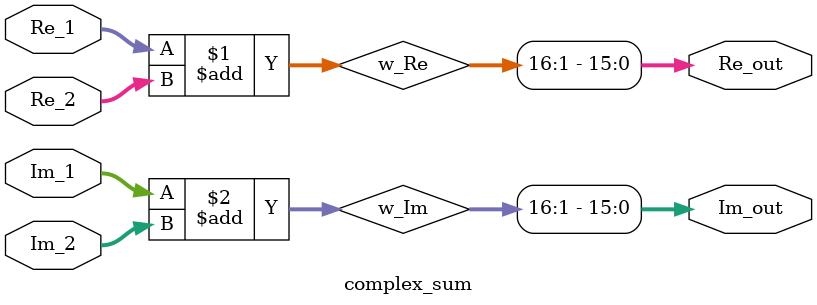
<source format=v>
`timescale 1ns / 1ps
module complex_sum
//=============================================================================	
//========================= Parameters Declarations ===========================		
//=============================================================================
#(
 // The width of the input, output and twiddle factors.
 parameter DataWidth = 16
 )
//=============================================================================
//========================   Inputs Declarations   ============================
//============================================================================= 
(
input   wire    signed  [ DataWidth-1 :  0 ] Re_1,
input   wire    signed  [ DataWidth-1  :  0 ] Im_1,
input   wire    signed  [ DataWidth-1  :  0 ] Re_2,
input   wire    signed  [ DataWidth-1  :  0 ] Im_2,
output  wire    signed  [ DataWidth-1  :  0 ] Re_out,
output  wire    signed  [ DataWidth-1  :  0 ] Im_out
);

wire    signed  [ DataWidth :  0 ] w_Re = Re_1 + Re_2;
wire    signed  [ DataWidth :  0 ] w_Im = Im_1 + Im_2;

assign Re_out = w_Re[DataWidth-:DataWidth];
assign Im_out = w_Im[DataWidth-:DataWidth];

endmodule


//module complex_sum(
//    input   wire    signed  [ 15 :  0 ] Re_1,
//    input   wire    signed  [ 15 :  0 ] Im_1,
//    input   wire    signed  [ 15 :  0 ] Re_2,
//    input   wire    signed  [ 15 :  0 ] Im_2,
//    output  wire    signed  [ 15 :  0 ] Re_out,
//    output  wire    signed  [ 15 :  0 ] Im_out
//    );
//
//wire    signed  [ 16 :  0 ] w_Re = Re_1 + Re_2;
//wire    signed  [ 16 :  0 ] w_Im = Im_1 + Im_2;
//
//assign Re_out = w_Re[16-:16];
//assign Im_out = w_Im[16-:16];
//
//endmodule

</source>
